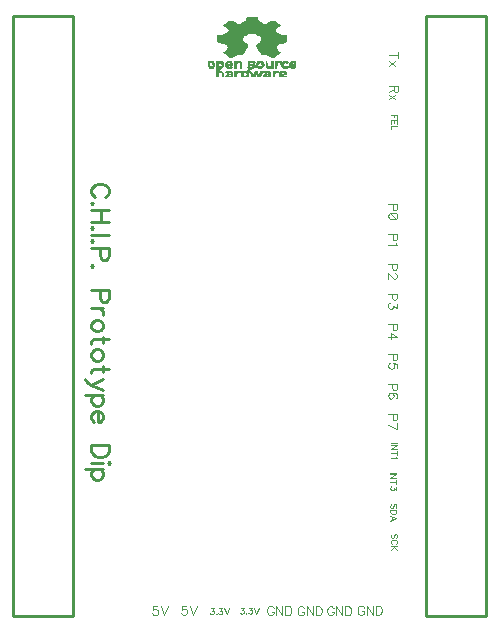
<source format=gbr>
G04 DipTrace 3.0.0.1*
G04 TopSilk.gbr*
%MOIN*%
G04 #@! TF.FileFunction,Legend,Top*
G04 #@! TF.Part,Single*
%ADD10C,0.009843*%
%ADD12C,0.002992*%
%ADD37C,0.004632*%
%ADD38C,0.003088*%
%ADD39C,0.009264*%
%FSLAX26Y26*%
G04*
G70*
G90*
G75*
G01*
G04 TopSilk*
%LPD*%
X423229Y455118D2*
D10*
X623229D1*
X423229Y2455118D2*
X623229D1*
Y455118D1*
X423229Y2455118D2*
Y455118D1*
X1798032D2*
X1998032D1*
X1798032Y2455118D2*
X1998032D1*
Y455118D1*
X1798032Y2455118D2*
Y455118D1*
X1200940Y2451733D2*
D12*
X1233852D1*
X1199547Y2448741D2*
X1235244D1*
X1198535Y2445749D2*
X1236256D1*
X1197618Y2442757D2*
X1237174D1*
X1141100Y2439765D2*
X1153068D1*
X1195275D2*
X1239516D1*
X1281724D2*
X1293692D1*
X1136961Y2436773D2*
X1159052D1*
X1189614D2*
X1245177D1*
X1275740D2*
X1297830D1*
X1132607Y2433781D2*
X1165036D1*
X1182988D2*
X1251804D1*
X1269756D2*
X1302184D1*
X1127978Y2430789D2*
X1306813D1*
X1123148Y2427797D2*
X1311644D1*
X1126140Y2424805D2*
X1308652D1*
X1129132Y2421813D2*
X1305660D1*
X1132124Y2418821D2*
X1302668D1*
X1135116Y2415829D2*
X1299676D1*
X1138108Y2412837D2*
X1296684D1*
X1141100Y2409845D2*
X1293692D1*
X1139095Y2406853D2*
X1295696D1*
X1136620Y2403861D2*
X1298171D1*
X1133388Y2400869D2*
X1301403D1*
X1125468Y2397877D2*
X1201528D1*
X1233264D2*
X1309324D1*
X1114656Y2394885D2*
X1196797D1*
X1237994D2*
X1320135D1*
X1102204Y2391893D2*
X1192920D1*
X1241871D2*
X1332588D1*
X1102204Y2388901D2*
X1189941D1*
X1244851D2*
X1332588D1*
X1102204Y2385909D2*
X1187620D1*
X1247171D2*
X1332588D1*
X1102204Y2382917D2*
X1186788D1*
X1248003D2*
X1332588D1*
X1102239Y2379925D2*
X1186447D1*
X1248344D2*
X1332552D1*
X1102344Y2376933D2*
X1186471D1*
X1248320D2*
X1332447D1*
X1103618Y2373941D2*
X1187929D1*
X1246862D2*
X1331173D1*
X1109224Y2370949D2*
X1190406D1*
X1244385D2*
X1325567D1*
X1117106Y2367957D2*
X1193893D1*
X1240899D2*
X1317685D1*
X1124905Y2364965D2*
X1197647D1*
X1237144D2*
X1309886D1*
X1130550Y2361973D2*
X1201022D1*
X1233770D2*
X1304241D1*
X1134655Y2358981D2*
X1202357D1*
X1232434D2*
X1300136D1*
X1136549Y2355989D2*
X1201986D1*
X1232805D2*
X1298242D1*
X1137106Y2352997D2*
X1200463D1*
X1234328D2*
X1297685D1*
X1136046Y2350005D2*
X1198766D1*
X1236025D2*
X1298745D1*
X1134186Y2347013D2*
X1196897D1*
X1237895D2*
X1300605D1*
X1131742Y2344021D2*
X1194908D1*
X1239883D2*
X1303049D1*
X1128985Y2341029D2*
X1192959D1*
X1241832D2*
X1305806D1*
X1126089Y2338037D2*
X1190988D1*
X1243803D2*
X1308702D1*
X1123148Y2335045D2*
X1189040D1*
X1245751D2*
X1311644D1*
X1127276Y2332053D2*
X1187386D1*
X1247405D2*
X1307515D1*
X1131545Y2329061D2*
X1168028D1*
X1174012D2*
X1185980D1*
X1248812D2*
X1260780D1*
X1266764D2*
X1303246D1*
X1135848Y2326069D2*
X1162044D1*
X1272748D2*
X1298943D1*
X1140040Y2323077D2*
X1156060D1*
X1278732D2*
X1294751D1*
X1144092Y2320085D2*
X1150076D1*
X1284716D2*
X1290700D1*
X1072284Y2305125D2*
X1087244D1*
X1099212D2*
X1120156D1*
X1135116D2*
X1147084D1*
X1159052D2*
X1179996D1*
X1206924D2*
X1224876D1*
X1236844D2*
X1251804D1*
X1263772D2*
X1266764D1*
X1281724D2*
X1287708D1*
X1293692D2*
X1314636D1*
X1320620D2*
X1335580D1*
X1347548D2*
X1362508D1*
X1072284Y2302133D2*
X1090006D1*
X1099212D2*
X1121537D1*
X1132353D2*
X1149834D1*
X1159052D2*
X1181377D1*
X1205665D2*
X1227868D1*
X1234402D2*
X1254208D1*
X1263772D2*
X1266886D1*
X1281724D2*
X1287708D1*
X1293692D2*
X1338572D1*
X1345143D2*
X1362508D1*
X1072284Y2299141D2*
X1075276D1*
X1083702D2*
X1092051D1*
X1099212D2*
X1108738D1*
X1113622D2*
X1122396D1*
X1130308D2*
X1135116D1*
X1144092D2*
X1151845D1*
X1159052D2*
X1168616D1*
X1177004D2*
X1182236D1*
X1204916D2*
X1209916D1*
X1221884D2*
X1226278D1*
X1232459D2*
X1240386D1*
X1248262D2*
X1255946D1*
X1263772D2*
X1267351D1*
X1281724D2*
X1287708D1*
X1293692D2*
X1303256D1*
X1311067D2*
X1324162D1*
X1332588D2*
X1335580D1*
X1343382D2*
X1350540D1*
X1359516D2*
X1362508D1*
X1072295Y2296149D2*
X1075276D1*
X1085644D2*
X1092550D1*
X1099212D2*
X1106795D1*
X1115564D2*
X1122807D1*
X1129707D2*
X1152232D1*
X1159052D2*
X1166866D1*
X1177004D2*
X1182671D1*
X1205746D2*
X1224876D1*
X1230860D2*
X1238443D1*
X1250204D2*
X1257115D1*
X1263795D2*
X1268374D1*
X1281724D2*
X1287708D1*
X1293692D2*
X1301506D1*
X1312946D2*
X1322219D1*
X1342312D2*
X1362496D1*
X1072409Y2293157D2*
X1075276D1*
X1087244D2*
X1092665D1*
X1099212D2*
X1105196D1*
X1117164D2*
X1122743D1*
X1129610D2*
X1151321D1*
X1159052D2*
X1165864D1*
X1177004D2*
X1182864D1*
X1206924D2*
X1236844D1*
X1251804D2*
X1257101D1*
X1264023D2*
X1269756D1*
X1281724D2*
X1287708D1*
X1293692D2*
X1300504D1*
X1314559D2*
X1320620D1*
X1341564D2*
X1362382D1*
X1072872Y2290165D2*
X1091384D1*
X1099212D2*
X1122210D1*
X1129977D2*
X1138108D1*
X1144092D2*
X1150076D1*
X1159052D2*
X1165377D1*
X1177004D2*
X1182942D1*
X1203745D2*
X1209916D1*
X1218892D2*
X1255753D1*
X1264566D2*
X1287708D1*
X1293692D2*
X1300017D1*
X1316712D2*
X1350540D1*
X1356524D2*
X1361920D1*
X1073894Y2287173D2*
X1089473D1*
X1099212D2*
X1118852D1*
X1132279D2*
X1153068D1*
X1159052D2*
X1165159D1*
X1177004D2*
X1182972D1*
X1200940D2*
X1226732D1*
X1233852D2*
X1252516D1*
X1266898D2*
X1287708D1*
X1293692D2*
X1299799D1*
X1319866D2*
X1338572D1*
X1344556D2*
X1360897D1*
X1075276Y2284181D2*
X1087244D1*
X1099212D2*
X1114352D1*
X1135116D2*
X1147084D1*
X1159052D2*
X1165036D1*
X1177004D2*
X1182988D1*
X1206924D2*
X1219520D1*
X1239836D2*
X1248812D1*
X1269756D2*
X1287708D1*
X1293692D2*
X1299676D1*
X1323612D2*
X1332588D1*
X1350540D2*
X1359516D1*
X1099212Y2281189D2*
X1110183D1*
X1204161D2*
X1213599D1*
X1099212Y2278197D2*
X1107322D1*
X1202114D2*
X1209206D1*
X1099212Y2275205D2*
X1105196D1*
X1201441D2*
X1206924D1*
X1099212Y2272213D2*
X1113124D1*
X1132124D2*
X1150076D1*
X1159052D2*
X1212150D1*
X1227868D2*
X1233852D1*
X1245820D2*
X1275740D1*
X1287708D2*
X1305660D1*
X1311644D2*
X1329596D1*
X1099212Y2269221D2*
X1119238D1*
X1129132D2*
X1151457D1*
X1159052D2*
X1215942D1*
X1226465D2*
X1235441D1*
X1244417D2*
X1251329D1*
X1257788D2*
X1277121D1*
X1287708D2*
X1330988D1*
X1099212Y2266229D2*
X1105196D1*
X1117164D2*
X1121644D1*
X1138108D2*
D3*
X1147084D2*
X1152316D1*
X1159052D2*
X1168615D1*
X1182988D2*
X1188972D1*
X1197948D2*
X1206924D1*
X1213372D2*
X1218892D1*
X1224876D2*
X1236844D1*
X1242828D2*
X1250473D1*
X1263772D2*
D3*
X1272748D2*
X1277980D1*
X1287708D2*
X1294279D1*
X1308652D2*
X1314636D1*
X1326604D2*
X1331913D1*
X1099212Y2263237D2*
X1105196D1*
X1117164D2*
X1122460D1*
X1133931D2*
X1152752D1*
X1159052D2*
X1166854D1*
X1182988D2*
X1188972D1*
X1200940D2*
X1206924D1*
X1214139D2*
X1249229D1*
X1259595D2*
X1278416D1*
X1287708D2*
X1292518D1*
X1308652D2*
X1332588D1*
X1099212Y2260245D2*
X1105196D1*
X1117164D2*
X1122888D1*
X1131157D2*
X1138108D1*
X1147084D2*
X1152952D1*
X1159052D2*
X1165784D1*
X1182988D2*
X1188972D1*
X1197948D2*
X1206924D1*
X1215037D2*
X1227868D1*
X1233852D2*
X1247636D1*
X1256821D2*
X1263772D1*
X1272748D2*
X1278616D1*
X1287708D2*
X1291448D1*
X1308652D2*
X1314636D1*
X1099212Y2257253D2*
X1105196D1*
X1117164D2*
X1123148D1*
X1129132D2*
X1153068D1*
X1159052D2*
X1165036D1*
X1182988D2*
X1206924D1*
X1215900D2*
X1227868D1*
X1236844D2*
X1245820D1*
X1254796D2*
X1278732D1*
X1287708D2*
X1290700D1*
X1308652D2*
X1332588D1*
X1200940Y2451733D2*
X1199547Y2448741D1*
X1198535Y2445749D1*
X1197618Y2442757D1*
X1195275Y2439765D1*
X1189614Y2436773D1*
X1182988Y2433781D1*
X1233852Y2451733D2*
X1235244Y2448741D1*
X1236256Y2445749D1*
X1237174Y2442757D1*
X1239516Y2439765D1*
X1245177Y2436773D1*
X1251804Y2433781D1*
X1141100Y2439765D2*
X1136961Y2436773D1*
X1132607Y2433781D1*
X1127978Y2430789D1*
X1123148Y2427797D1*
X1126140Y2424805D1*
X1129132Y2421813D1*
X1132124Y2418821D1*
X1135116Y2415829D1*
X1138108Y2412837D1*
X1141100Y2409845D1*
X1139095Y2406853D1*
X1136620Y2403861D1*
X1133388Y2400869D1*
X1125468Y2397877D1*
X1114656Y2394885D1*
X1102204Y2391893D1*
Y2388901D1*
Y2385909D1*
Y2382917D1*
X1102239Y2379925D1*
X1102344Y2376933D1*
X1103618Y2373941D1*
X1109224Y2370949D1*
X1117106Y2367957D1*
X1124905Y2364965D1*
X1130550Y2361973D1*
X1134655Y2358981D1*
X1136549Y2355989D1*
X1137106Y2352997D1*
X1136046Y2350005D1*
X1134186Y2347013D1*
X1131742Y2344021D1*
X1128985Y2341029D1*
X1126089Y2338037D1*
X1123148Y2335045D1*
X1127276Y2332053D1*
X1131545Y2329061D1*
X1135848Y2326069D1*
X1140040Y2323077D1*
X1144092Y2320085D1*
X1153068Y2439765D2*
X1159052Y2436773D1*
X1165036Y2433781D1*
X1281724Y2439765D2*
X1275740Y2436773D1*
X1269756Y2433781D1*
X1293692Y2439765D2*
X1297830Y2436773D1*
X1302184Y2433781D1*
X1306813Y2430789D1*
X1311644Y2427797D1*
X1308652Y2424805D1*
X1305660Y2421813D1*
X1302668Y2418821D1*
X1299676Y2415829D1*
X1296684Y2412837D1*
X1293692Y2409845D1*
X1295696Y2406853D1*
X1298171Y2403861D1*
X1301403Y2400869D1*
X1309324Y2397877D1*
X1320135Y2394885D1*
X1332588Y2391893D1*
Y2388901D1*
Y2385909D1*
Y2382917D1*
X1332552Y2379925D1*
X1332447Y2376933D1*
X1331173Y2373941D1*
X1325567Y2370949D1*
X1317685Y2367957D1*
X1309886Y2364965D1*
X1304241Y2361973D1*
X1300136Y2358981D1*
X1298242Y2355989D1*
X1297685Y2352997D1*
X1298745Y2350005D1*
X1300605Y2347013D1*
X1303049Y2344021D1*
X1305806Y2341029D1*
X1308702Y2338037D1*
X1311644Y2335045D1*
X1307515Y2332053D1*
X1303246Y2329061D1*
X1298943Y2326069D1*
X1294751Y2323077D1*
X1290700Y2320085D1*
X1206924Y2400869D2*
X1201528Y2397877D1*
X1196797Y2394885D1*
X1192920Y2391893D1*
X1189941Y2388901D1*
X1187620Y2385909D1*
X1186788Y2382917D1*
X1186447Y2379925D1*
X1186471Y2376933D1*
X1187929Y2373941D1*
X1190406Y2370949D1*
X1193893Y2367957D1*
X1197647Y2364965D1*
X1201022Y2361973D1*
X1202357Y2358981D1*
X1201986Y2355989D1*
X1200463Y2352997D1*
X1198766Y2350005D1*
X1196897Y2347013D1*
X1194908Y2344021D1*
X1192959Y2341029D1*
X1190988Y2338037D1*
X1189040Y2335045D1*
X1187386Y2332053D1*
X1185980Y2329061D1*
X1227868Y2400869D2*
X1233264Y2397877D1*
X1237994Y2394885D1*
X1241871Y2391893D1*
X1244851Y2388901D1*
X1247171Y2385909D1*
X1248003Y2382917D1*
X1248344Y2379925D1*
X1248320Y2376933D1*
X1246862Y2373941D1*
X1244385Y2370949D1*
X1240899Y2367957D1*
X1237144Y2364965D1*
X1233770Y2361973D1*
X1232434Y2358981D1*
X1232805Y2355989D1*
X1234328Y2352997D1*
X1236025Y2350005D1*
X1237895Y2347013D1*
X1239883Y2344021D1*
X1241832Y2341029D1*
X1243803Y2338037D1*
X1245751Y2335045D1*
X1247405Y2332053D1*
X1248812Y2329061D1*
X1174012Y2332053D2*
X1168028Y2329061D1*
X1162044Y2326069D1*
X1156060Y2323077D1*
X1150076Y2320085D1*
X1171020Y2332053D2*
X1174012Y2329061D1*
X1263772Y2332053D2*
X1260780Y2329061D1*
Y2332053D2*
X1266764Y2329061D1*
X1272748Y2326069D1*
X1278732Y2323077D1*
X1284716Y2320085D1*
X1072284Y2305125D2*
Y2302133D1*
Y2299141D1*
X1072295Y2296149D1*
X1072409Y2293157D1*
X1072872Y2290165D1*
X1073894Y2287173D1*
X1075276Y2284181D1*
X1087244Y2305125D2*
X1090006Y2302133D1*
X1092051Y2299141D1*
X1092550Y2296149D1*
X1092665Y2293157D1*
X1091384Y2290165D1*
X1089473Y2287173D1*
X1087244Y2284181D1*
X1099212Y2305125D2*
Y2302133D1*
Y2299141D1*
Y2296149D1*
Y2293157D1*
Y2290165D1*
Y2287173D1*
Y2284181D1*
Y2281189D1*
Y2278197D1*
Y2275205D1*
Y2272213D1*
Y2269221D1*
Y2266229D1*
Y2263237D1*
Y2260245D1*
Y2257253D1*
X1120156Y2305125D2*
X1121537Y2302133D1*
X1122396Y2299141D1*
X1122807Y2296149D1*
X1122743Y2293157D1*
X1122210Y2290165D1*
X1118852Y2287173D1*
X1114352Y2284181D1*
X1110183Y2281189D1*
X1107322Y2278197D1*
X1105196Y2275205D1*
X1113124Y2272213D1*
X1119238Y2269221D1*
X1121644Y2266229D1*
X1122460Y2263237D1*
X1122888Y2260245D1*
X1123148Y2257253D1*
X1135116Y2305125D2*
X1132353Y2302133D1*
X1130308Y2299141D1*
X1129707Y2296149D1*
X1129610Y2293157D1*
X1129977Y2290165D1*
X1132279Y2287173D1*
X1135116Y2284181D1*
X1147084Y2305125D2*
X1149834Y2302133D1*
X1151845Y2299141D1*
X1152232Y2296149D1*
X1151321Y2293157D1*
X1150076Y2290165D1*
X1153068Y2287173D1*
X1147084Y2284181D1*
X1159052Y2305125D2*
Y2302133D1*
Y2299141D1*
Y2296149D1*
Y2293157D1*
Y2290165D1*
Y2287173D1*
Y2284181D1*
X1179996Y2305125D2*
X1181377Y2302133D1*
X1182236Y2299141D1*
X1182671Y2296149D1*
X1182864Y2293157D1*
X1182942Y2290165D1*
X1182972Y2287173D1*
X1182988Y2284181D1*
X1206924Y2305125D2*
X1205665Y2302133D1*
X1204916Y2299141D1*
X1205746Y2296149D1*
X1206924Y2293157D1*
X1203745Y2290165D1*
X1200940Y2287173D1*
X1206924Y2284181D1*
X1204161Y2281189D1*
X1202114Y2278197D1*
X1201441Y2275205D1*
X1200940Y2272213D1*
X1224876Y2305125D2*
X1227868Y2302133D1*
X1226278Y2299141D1*
X1224876Y2296149D1*
X1236844Y2305125D2*
X1234402Y2302133D1*
X1232459Y2299141D1*
X1230860Y2296149D1*
X1251804Y2305125D2*
X1254208Y2302133D1*
X1255946Y2299141D1*
X1257115Y2296149D1*
X1257101Y2293157D1*
X1255753Y2290165D1*
X1252516Y2287173D1*
X1248812Y2284181D1*
X1263772Y2305125D2*
Y2302133D1*
Y2299141D1*
X1263795Y2296149D1*
X1264023Y2293157D1*
X1264566Y2290165D1*
X1266898Y2287173D1*
X1269756Y2284181D1*
X1266764Y2305125D2*
X1266886Y2302133D1*
X1267351Y2299141D1*
X1268374Y2296149D1*
X1269756Y2293157D1*
X1281724Y2305125D2*
Y2302133D1*
Y2299141D1*
Y2296149D1*
Y2293157D1*
X1287708Y2305125D2*
Y2302133D1*
Y2299141D1*
Y2296149D1*
Y2293157D1*
Y2290165D1*
Y2287173D1*
Y2284181D1*
X1293692Y2305125D2*
Y2302133D1*
Y2299141D1*
Y2296149D1*
Y2293157D1*
Y2290165D1*
Y2287173D1*
Y2284181D1*
X1314636Y2305125D2*
X1320620D2*
X1335580D2*
X1338572Y2302133D1*
X1335580Y2299141D1*
X1347548Y2305125D2*
X1345143Y2302133D1*
X1343382Y2299141D1*
X1342312Y2296149D1*
X1341564Y2293157D1*
X1362508Y2305125D2*
Y2302133D1*
Y2299141D1*
X1362496Y2296149D1*
X1362382Y2293157D1*
X1361920Y2290165D1*
X1360897Y2287173D1*
X1359516Y2284181D1*
X1075276Y2302133D2*
Y2299141D1*
Y2296149D1*
Y2293157D1*
X1081260Y2302133D2*
X1083702Y2299141D1*
X1085644Y2296149D1*
X1087244Y2293157D1*
X1111180Y2302133D2*
X1108738Y2299141D1*
X1106795Y2296149D1*
X1105196Y2293157D1*
X1111180Y2302133D2*
X1113622Y2299141D1*
X1115564Y2296149D1*
X1117164Y2293157D1*
X1138108Y2302133D2*
X1135116Y2299141D1*
X1141100Y2302133D2*
X1144092Y2299141D1*
X1171020Y2302133D2*
X1168616Y2299141D1*
X1166866Y2296149D1*
X1165864Y2293157D1*
X1165377Y2290165D1*
X1165159Y2287173D1*
X1165036Y2284181D1*
X1177004Y2302133D2*
Y2299141D1*
Y2296149D1*
Y2293157D1*
Y2290165D1*
Y2287173D1*
Y2284181D1*
X1212908Y2302133D2*
X1209916Y2299141D1*
X1218892Y2302133D2*
X1221884Y2299141D1*
X1242828Y2302133D2*
X1240386Y2299141D1*
X1238443Y2296149D1*
X1236844Y2293157D1*
X1245820Y2302133D2*
X1248262Y2299141D1*
X1250204Y2296149D1*
X1251804Y2293157D1*
X1305660Y2302133D2*
X1303256Y2299141D1*
X1301506Y2296149D1*
X1300504Y2293157D1*
X1300017Y2290165D1*
X1299799Y2287173D1*
X1299676Y2284181D1*
X1308652Y2302133D2*
X1311067Y2299141D1*
X1312946Y2296149D1*
X1314559Y2293157D1*
X1316712Y2290165D1*
X1319866Y2287173D1*
X1323612Y2284181D1*
X1326604Y2302133D2*
X1324162Y2299141D1*
X1322219Y2296149D1*
X1320620Y2293157D1*
X1329596Y2302133D2*
X1332588Y2299141D1*
X1353532Y2302133D2*
X1350540Y2299141D1*
X1356524Y2302133D2*
X1359516Y2299141D1*
X1141100Y2293157D2*
X1138108Y2290165D1*
X1141100Y2293157D2*
X1144092Y2290165D1*
X1212908Y2293157D2*
X1209916Y2290165D1*
X1215900Y2293157D2*
X1218892Y2290165D1*
X1353532Y2293157D2*
X1350540Y2290165D1*
X1353532Y2293157D2*
X1356524Y2290165D1*
X1233852D2*
X1226732Y2287173D1*
X1219520Y2284181D1*
X1213599Y2281189D1*
X1209206Y2278197D1*
X1206924Y2275205D1*
X1212150Y2272213D1*
X1215942Y2269221D1*
X1218892Y2266229D1*
X1227868Y2290165D2*
X1233852Y2287173D1*
X1239836Y2284181D1*
X1344556Y2290165D2*
X1338572Y2287173D1*
X1332588Y2284181D1*
X1338572Y2290165D2*
X1344556Y2287173D1*
X1350540Y2284181D1*
X1132124Y2272213D2*
X1129132Y2269221D1*
X1138108Y2266229D1*
X1133931Y2263237D1*
X1131157Y2260245D1*
X1129132Y2257253D1*
X1150076Y2272213D2*
X1151457Y2269221D1*
X1152316Y2266229D1*
X1152752Y2263237D1*
X1152952Y2260245D1*
X1153068Y2257253D1*
X1159052Y2272213D2*
Y2269221D1*
Y2266229D1*
Y2263237D1*
Y2260245D1*
Y2257253D1*
X1227868Y2272213D2*
X1226465Y2269221D1*
X1224876Y2266229D1*
X1233852Y2272213D2*
X1235441Y2269221D1*
X1236844Y2266229D1*
X1245820Y2272213D2*
X1244417Y2269221D1*
X1242828Y2266229D1*
X1275740Y2272213D2*
X1277121Y2269221D1*
X1277980Y2266229D1*
X1278416Y2263237D1*
X1278616Y2260245D1*
X1278732Y2257253D1*
X1287708Y2272213D2*
Y2269221D1*
Y2266229D1*
Y2263237D1*
Y2260245D1*
Y2257253D1*
X1305660Y2272213D2*
X1311644D2*
X1329596D2*
X1330988Y2269221D1*
X1331913Y2266229D1*
X1332588Y2263237D1*
X1314636Y2260245D1*
X1332588Y2257253D1*
X1251804Y2272213D2*
X1251329Y2269221D1*
X1250473Y2266229D1*
X1249229Y2263237D1*
X1247636Y2260245D1*
X1245820Y2257253D1*
X1251804Y2272213D2*
X1257788Y2269221D1*
X1263772Y2266229D1*
X1259595Y2263237D1*
X1256821Y2260245D1*
X1254796Y2257253D1*
X1105196Y2269221D2*
Y2266229D1*
Y2263237D1*
Y2260245D1*
Y2257253D1*
X1117164Y2269221D2*
Y2266229D1*
Y2263237D1*
Y2260245D1*
Y2257253D1*
X1144092Y2269221D2*
X1147084Y2266229D1*
X1171020Y2269221D2*
X1168615Y2266229D1*
X1166854Y2263237D1*
X1165784Y2260245D1*
X1165036Y2257253D1*
X1182988Y2269221D2*
Y2266229D1*
Y2263237D1*
Y2260245D1*
Y2257253D1*
X1188972Y2269221D2*
Y2266229D1*
Y2263237D1*
Y2260245D1*
X1194956Y2269221D2*
X1197948Y2266229D1*
X1200940Y2263237D1*
X1197948Y2260245D1*
X1206924Y2269221D2*
Y2266229D1*
Y2263237D1*
Y2260245D1*
Y2257253D1*
X1212908Y2269221D2*
X1213372Y2266229D1*
X1214139Y2263237D1*
X1215037Y2260245D1*
X1215900Y2257253D1*
X1269756Y2269221D2*
X1272748Y2266229D1*
X1296684Y2269221D2*
X1294279Y2266229D1*
X1292518Y2263237D1*
X1291448Y2260245D1*
X1290700Y2257253D1*
X1308652Y2269221D2*
Y2266229D1*
Y2263237D1*
Y2260245D1*
Y2257253D1*
X1317628Y2269221D2*
X1314636Y2266229D1*
X1323612Y2269221D2*
X1326604Y2266229D1*
X1141100Y2263237D2*
X1138108Y2260245D1*
X1144092Y2263237D2*
X1147084Y2260245D1*
X1227868Y2263237D2*
Y2260245D1*
Y2257253D1*
X1230860Y2263237D2*
X1233852Y2260245D1*
X1236844Y2257253D1*
X1266764Y2263237D2*
X1263772Y2260245D1*
X1269756Y2263237D2*
X1272748Y2260245D1*
X1706542Y2326099D2*
D37*
X1676397Y2326100D1*
X1706542Y2336147D2*
X1706541Y2316051D1*
X1696493Y2306788D2*
X1676397Y2291003D1*
X1696493D2*
X1676397Y2306788D1*
X1692182Y2223418D2*
Y2210518D1*
X1693642Y2206207D1*
X1695068Y2204748D1*
X1697919Y2203322D1*
X1700805D1*
X1703656Y2204748D1*
X1705116Y2206207D1*
X1706541Y2210518D1*
Y2223418D1*
X1676398D1*
X1692182Y2213370D2*
X1676398Y2203322D1*
X1696494Y2194059D2*
X1676398Y2178274D1*
X1696494D2*
X1676398Y2194059D1*
X1687426Y1829574D2*
Y1816641D1*
X1688852Y1812363D1*
X1690311Y1810904D1*
X1693163Y1809478D1*
X1697474D1*
X1700326Y1810904D1*
X1701785Y1812363D1*
X1703211Y1816641D1*
Y1829574D1*
X1673067D1*
X1703178Y1791592D2*
X1701752Y1795903D1*
X1697441Y1798789D1*
X1690278Y1800214D1*
X1685967D1*
X1678804Y1798789D1*
X1674493Y1795903D1*
X1673067Y1791592D1*
Y1788741D1*
X1674493Y1784430D1*
X1678804Y1781578D1*
X1685967Y1780119D1*
X1690278D1*
X1697441Y1781578D1*
X1701752Y1784430D1*
X1703178Y1788741D1*
Y1791592D1*
X1697441Y1781578D2*
X1678804Y1798789D1*
X1687032Y1729968D2*
Y1717035D1*
X1688458Y1712757D1*
X1689917Y1711298D1*
X1692769Y1709872D1*
X1697080D1*
X1699932Y1711298D1*
X1701391Y1712757D1*
X1702817Y1717035D1*
Y1729968D1*
X1672673D1*
X1697047Y1700608D2*
X1698506Y1697723D1*
X1702784Y1693412D1*
X1672673D1*
X1685851Y1629574D2*
Y1616641D1*
X1687277Y1612363D1*
X1688736Y1610904D1*
X1691588Y1609478D1*
X1695899D1*
X1698751Y1610904D1*
X1700210Y1612363D1*
X1701636Y1616641D1*
Y1629574D1*
X1671492D1*
X1694440Y1598755D2*
X1695866D1*
X1698751Y1597329D1*
X1700177Y1595903D1*
X1701603Y1593018D1*
Y1587281D1*
X1700177Y1584430D1*
X1698751Y1583004D1*
X1695866Y1581544D1*
X1693014D1*
X1690129Y1583004D1*
X1685851Y1585855D1*
X1671492Y1600215D1*
Y1580119D1*
X1685851Y1530361D2*
Y1517428D1*
X1687277Y1513150D1*
X1688736Y1511691D1*
X1691588Y1510265D1*
X1695899D1*
X1698751Y1511691D1*
X1700210Y1513150D1*
X1701636Y1517428D1*
Y1530361D1*
X1671492D1*
X1701603Y1498117D2*
Y1482365D1*
X1690129Y1490954D1*
Y1486643D1*
X1688703Y1483791D1*
X1687277Y1482365D1*
X1682966Y1480906D1*
X1680114D1*
X1675803Y1482365D1*
X1672918Y1485217D1*
X1671492Y1489528D1*
Y1493839D1*
X1672918Y1498117D1*
X1674377Y1499543D1*
X1677229Y1501002D1*
X1687032Y1429574D2*
Y1416641D1*
X1688458Y1412363D1*
X1689917Y1410904D1*
X1692769Y1409478D1*
X1697080D1*
X1699932Y1410904D1*
X1701391Y1412363D1*
X1702817Y1416641D1*
Y1429574D1*
X1672673D1*
Y1385856D2*
X1702784Y1385855D1*
X1682721Y1400214D1*
Y1378693D1*
X1687426Y1329968D2*
Y1317035D1*
X1688852Y1312757D1*
X1690311Y1311298D1*
X1693163Y1309872D1*
X1697474D1*
X1700326Y1311298D1*
X1701785Y1312757D1*
X1703211Y1317035D1*
Y1329968D1*
X1673067D1*
X1703178Y1283397D2*
Y1297723D1*
X1690278Y1299149D1*
X1691704Y1297723D1*
X1693163Y1293412D1*
Y1289134D1*
X1691704Y1284823D1*
X1688852Y1281938D1*
X1684541Y1280512D1*
X1681689D1*
X1677378Y1281938D1*
X1674493Y1284823D1*
X1673067Y1289134D1*
Y1293412D1*
X1674493Y1297723D1*
X1675952Y1299149D1*
X1678804Y1300608D1*
X1686638Y1229574D2*
Y1216641D1*
X1688064Y1212363D1*
X1689523Y1210904D1*
X1692375Y1209478D1*
X1696686D1*
X1699538Y1210904D1*
X1700997Y1212363D1*
X1702423Y1216641D1*
Y1229574D1*
X1672279D1*
X1698112Y1183004D2*
X1700964Y1184430D1*
X1702390Y1188741D1*
Y1191592D1*
X1700964Y1195903D1*
X1696653Y1198789D1*
X1689490Y1200214D1*
X1682327D1*
X1676590Y1198789D1*
X1673705Y1195903D1*
X1672279Y1191592D1*
Y1190167D1*
X1673705Y1185889D1*
X1676590Y1183004D1*
X1680901Y1181578D1*
X1682327D1*
X1686638Y1183004D1*
X1689490Y1185889D1*
X1690916Y1190166D1*
Y1191592D1*
X1689490Y1195903D1*
X1686638Y1198789D1*
X1682327Y1200214D1*
X1687426Y1129574D2*
Y1116641D1*
X1688852Y1112363D1*
X1690311Y1110904D1*
X1693163Y1109478D1*
X1697474D1*
X1700326Y1110904D1*
X1701785Y1112363D1*
X1703211Y1116641D1*
Y1129574D1*
X1673067D1*
Y1094478D2*
X1703178Y1080118D1*
Y1100214D1*
X1592103Y483449D2*
X1590677Y486301D1*
X1587792Y489186D1*
X1584940Y490612D1*
X1579203D1*
X1576318Y489186D1*
X1573466Y486301D1*
X1572007Y483449D1*
X1570581Y479138D1*
Y471942D1*
X1572007Y467664D1*
X1573466Y464779D1*
X1576318Y461928D1*
X1579203Y460468D1*
X1584940D1*
X1587792Y461928D1*
X1590677Y464779D1*
X1592103Y467664D1*
Y471942D1*
X1584940D1*
X1621463Y490612D2*
Y460468D1*
X1601367Y490612D1*
Y460468D1*
X1630726Y490612D2*
Y460468D1*
X1640774D1*
X1645085Y461928D1*
X1647970Y464779D1*
X1649396Y467664D1*
X1650822Y471942D1*
Y479138D1*
X1649396Y483449D1*
X1647970Y486301D1*
X1645085Y489186D1*
X1640774Y490612D1*
X1630726D1*
X1490922Y481875D2*
X1489496Y484727D1*
X1486611Y487612D1*
X1483759Y489038D1*
X1478022D1*
X1475137Y487612D1*
X1472285Y484727D1*
X1470826Y481875D1*
X1469400Y477564D1*
Y470368D1*
X1470826Y466090D1*
X1472285Y463205D1*
X1475137Y460353D1*
X1478022Y458894D1*
X1483759D1*
X1486611Y460353D1*
X1489496Y463205D1*
X1490922Y466090D1*
Y470368D1*
X1483759D1*
X1520282Y489038D2*
Y458894D1*
X1500186Y489038D1*
Y458894D1*
X1529545Y489038D2*
Y458894D1*
X1539593D1*
X1543904Y460353D1*
X1546789Y463205D1*
X1548215Y466090D1*
X1549641Y470368D1*
Y477564D1*
X1548215Y481875D1*
X1546789Y484727D1*
X1543904Y487612D1*
X1539593Y489038D1*
X1529545D1*
X1392103Y481875D2*
X1390677Y484727D1*
X1387792Y487612D1*
X1384940Y489038D1*
X1379203D1*
X1376318Y487612D1*
X1373466Y484727D1*
X1372007Y481875D1*
X1370581Y477564D1*
Y470368D1*
X1372007Y466090D1*
X1373466Y463205D1*
X1376318Y460353D1*
X1379203Y458894D1*
X1384940D1*
X1387792Y460353D1*
X1390677Y463205D1*
X1392103Y466090D1*
Y470368D1*
X1384940D1*
X1421463Y489038D2*
Y458894D1*
X1401367Y489038D1*
Y458894D1*
X1430726Y489038D2*
Y458894D1*
X1440774D1*
X1445085Y460353D1*
X1447970Y463205D1*
X1449396Y466090D1*
X1450822Y470368D1*
Y477564D1*
X1449396Y481875D1*
X1447970Y484727D1*
X1445085Y487612D1*
X1440774Y489038D1*
X1430726D1*
X1290922Y482662D2*
X1289496Y485514D1*
X1286611Y488399D1*
X1283759Y489825D1*
X1278022D1*
X1275137Y488399D1*
X1272285Y485514D1*
X1270826Y482662D1*
X1269400Y478351D1*
Y471155D1*
X1270826Y466877D1*
X1272285Y463992D1*
X1275137Y461140D1*
X1278022Y459681D1*
X1283759D1*
X1286611Y461140D1*
X1289496Y463992D1*
X1290922Y466877D1*
Y471155D1*
X1283759D1*
X1320282Y489825D2*
Y459681D1*
X1300186Y489825D1*
Y459681D1*
X1329545Y489825D2*
Y459681D1*
X1339593D1*
X1343904Y461140D1*
X1346789Y463992D1*
X1348215Y466877D1*
X1349641Y471155D1*
Y478351D1*
X1348215Y482662D1*
X1346789Y485514D1*
X1343904Y488399D1*
X1339593Y489825D1*
X1329545D1*
X902753Y489398D2*
X888427D1*
X887001Y476498D1*
X888427Y477924D1*
X892738Y479383D1*
X897016D1*
X901327Y477924D1*
X904212Y475072D1*
X905638Y470761D1*
Y467909D1*
X904212Y463598D1*
X901327Y460713D1*
X897016Y459287D1*
X892738D1*
X888427Y460713D1*
X887001Y462172D1*
X885542Y465024D1*
X914901Y489431D2*
X926375Y459287D1*
X937849Y489431D1*
X999997Y490973D2*
X985671D1*
X984245Y478073D1*
X985671Y479499D1*
X989982Y480958D1*
X994260D1*
X998571Y479499D1*
X1001456Y476647D1*
X1002882Y472336D1*
Y469484D1*
X1001456Y465173D1*
X998571Y462288D1*
X994260Y460862D1*
X989982D1*
X985671Y462288D1*
X984245Y463747D1*
X982786Y466599D1*
X1012145Y491006D2*
X1023619Y460862D1*
X1035093Y491006D1*
X1081181Y482171D2*
D38*
X1091683D1*
X1085957Y474522D1*
X1088831D1*
X1090732Y473571D1*
X1091683Y472620D1*
X1092655Y469746D1*
Y467845D1*
X1091683Y464971D1*
X1089781Y463048D1*
X1086907Y462097D1*
X1084033D1*
X1081181Y463048D1*
X1080231Y464020D1*
X1079258Y465922D1*
X1099782Y464020D2*
X1098831Y463048D1*
X1099782Y462097D1*
X1100754Y463048D1*
X1099782Y464020D1*
X1108854Y482171D2*
X1119355D1*
X1113629Y474522D1*
X1116503D1*
X1118404Y473571D1*
X1119355Y472620D1*
X1120327Y469746D1*
Y467845D1*
X1119355Y464971D1*
X1117453Y463048D1*
X1114579Y462097D1*
X1111705D1*
X1108854Y463048D1*
X1107903Y464020D1*
X1106930Y465922D1*
X1126503Y482193D2*
X1134152Y462097D1*
X1141802Y482193D1*
X1180394Y484140D2*
X1190895D1*
X1185169Y476490D1*
X1188043D1*
X1189945Y475540D1*
X1190895Y474589D1*
X1191868Y471715D1*
Y469814D1*
X1190895Y466940D1*
X1188994Y465016D1*
X1186120Y464066D1*
X1183246D1*
X1180394Y465016D1*
X1179443Y465989D1*
X1178471Y467890D1*
X1198994Y465989D2*
X1198044Y465016D1*
X1198994Y464066D1*
X1199967Y465016D1*
X1198994Y465989D1*
X1208066Y484140D2*
X1218567D1*
X1212841Y476490D1*
X1215715D1*
X1217617Y475540D1*
X1218567Y474589D1*
X1219540Y471715D1*
Y469814D1*
X1218567Y466940D1*
X1216666Y465016D1*
X1213792Y464066D1*
X1210918D1*
X1208066Y465016D1*
X1207116Y465989D1*
X1206143Y467890D1*
X1225716Y484162D2*
X1233365Y464066D1*
X1241014Y484162D1*
X728067Y1853151D2*
D39*
X733770Y1856003D1*
X739541Y1861773D1*
X742393Y1867477D1*
Y1878951D1*
X739541Y1884721D1*
X733771Y1890425D1*
X728067Y1893343D1*
X719445Y1896195D1*
X705052D1*
X696497Y1893343D1*
X690727Y1890425D1*
X685023Y1884721D1*
X682104Y1878951D1*
Y1867477D1*
X685023Y1861773D1*
X690727Y1856003D1*
X696497Y1853151D1*
X687875Y1831772D2*
X684956Y1834624D1*
X682105Y1831772D1*
X684956Y1828854D1*
X687875Y1831772D1*
X742392Y1810327D2*
X682105D1*
X742393Y1770135D2*
X682105D1*
X713674Y1810327D2*
Y1770135D1*
X687875Y1748756D2*
X684956Y1751608D1*
X682105Y1748756D1*
X684956Y1745838D1*
X687875Y1748756D1*
X742393Y1727311D2*
X682105D1*
X687875Y1705932D2*
X684956Y1708784D1*
X682105Y1705932D1*
X684956Y1703013D1*
X687875Y1705932D1*
X710823Y1684486D2*
Y1658620D1*
X713674Y1650064D1*
X716593Y1647146D1*
X722297Y1644294D1*
X730919D1*
X736622Y1647146D1*
X739541Y1650064D1*
X742393Y1658620D1*
Y1684486D1*
X682105D1*
X687875Y1622915D2*
X684956Y1625767D1*
X682105Y1622915D1*
X684956Y1619997D1*
X687875Y1622915D1*
X710823Y1543149D2*
Y1517283D1*
X713674Y1508727D1*
X716593Y1505809D1*
X722297Y1502957D1*
X730919D1*
X736622Y1505809D1*
X739541Y1508727D1*
X742393Y1517283D1*
Y1543149D1*
X682105D1*
X722297Y1484430D2*
X682105D1*
X705052D2*
X713674Y1481511D1*
X719445Y1475808D1*
X722297Y1470038D1*
Y1461415D1*
Y1428563D2*
X719445Y1434266D1*
X713675Y1440036D1*
X705052Y1442888D1*
X699349D1*
X690727Y1440036D1*
X685023Y1434266D1*
X682105Y1428563D1*
Y1419940D1*
X685023Y1414170D1*
X690727Y1408467D1*
X699349Y1405548D1*
X705052D1*
X713675Y1408467D1*
X719445Y1414170D1*
X722297Y1419940D1*
Y1428563D1*
X742393Y1378399D2*
X693579D1*
X685023Y1375547D1*
X682105Y1369777D1*
Y1364073D1*
X722297Y1387021D2*
Y1366925D1*
Y1331220D2*
X719445Y1336924D1*
X713675Y1342694D1*
X705052Y1345546D1*
X699349D1*
X690727Y1342694D1*
X685023Y1336924D1*
X682105Y1331220D1*
Y1322598D1*
X685023Y1316828D1*
X690727Y1311124D1*
X699349Y1308206D1*
X705052D1*
X713675Y1311124D1*
X719445Y1316828D1*
X722297Y1322598D1*
Y1331220D1*
X742393Y1281057D2*
X693579D1*
X685023Y1278205D1*
X682105Y1272435D1*
Y1266731D1*
X722297Y1289679D2*
Y1269583D1*
Y1245286D2*
X682105Y1228108D1*
X670631Y1233812D1*
X664860Y1239582D1*
X662009Y1245286D1*
Y1248204D1*
X722297Y1210864D2*
X682105Y1228108D1*
X722297Y1192337D2*
X662009D1*
X713675D2*
X719378Y1186567D1*
X722297Y1180863D1*
Y1172241D1*
X719378Y1166471D1*
X713675Y1160767D1*
X705052Y1157849D1*
X699282D1*
X690727Y1160767D1*
X684956Y1166471D1*
X682105Y1172241D1*
Y1180863D1*
X684956Y1186567D1*
X690727Y1192337D1*
X705052Y1139321D2*
Y1104900D1*
X710823D1*
X716593Y1107752D1*
X719445Y1110603D1*
X722297Y1116374D1*
Y1124996D1*
X719445Y1130699D1*
X713675Y1136470D1*
X705052Y1139321D1*
X699349D1*
X690727Y1136470D1*
X685023Y1130699D1*
X682105Y1124996D1*
Y1116374D1*
X685023Y1110603D1*
X690727Y1104900D1*
X742393Y1028051D2*
X682105D1*
Y1007955D1*
X685023Y999333D1*
X690727Y993563D1*
X696497Y990711D1*
X705052Y987859D1*
X719445D1*
X728067Y990711D1*
X733771Y993563D1*
X739541Y999333D1*
X742393Y1007955D1*
Y1028051D1*
Y969332D2*
X739541Y966480D1*
X742393Y963562D1*
X745311Y966480D1*
X742393Y969332D1*
X722297Y966480D2*
X682105D1*
X722297Y945035D2*
X662009D1*
X713675D2*
X719378Y939265D1*
X722297Y933561D1*
Y924939D1*
X719378Y919169D1*
X713675Y913465D1*
X705052Y910547D1*
X699282D1*
X690727Y913465D1*
X684956Y919169D1*
X682105Y924939D1*
Y933561D1*
X684956Y939265D1*
X690727Y945035D1*
X1697429Y815989D2*
D38*
X1699353Y817891D1*
X1700303Y820765D1*
Y824589D1*
X1699353Y827463D1*
X1697429Y829387D1*
X1695528D1*
X1693605Y828414D1*
X1692654Y827463D1*
X1691703Y825562D1*
X1689780Y819814D1*
X1688829Y817891D1*
X1687857Y816940D1*
X1685955Y815989D1*
X1683081D1*
X1681180Y817891D1*
X1680207Y820765D1*
Y824589D1*
X1681180Y827463D1*
X1683081Y829387D1*
X1700303Y809814D2*
X1680207D1*
Y803115D1*
X1681180Y800241D1*
X1683081Y798318D1*
X1685005Y797367D1*
X1687857Y796416D1*
X1692654D1*
X1695528Y797367D1*
X1697429Y798318D1*
X1699353Y800241D1*
X1700303Y803115D1*
Y809814D1*
X1680207Y774920D2*
X1700303Y782591D1*
X1680207Y790241D1*
X1686906Y787367D2*
Y777794D1*
X1699004Y716777D2*
X1700927Y718678D1*
X1701878Y721552D1*
Y725377D1*
X1700928Y728251D1*
X1699004Y730174D1*
X1697103D1*
X1695179Y729201D1*
X1694229Y728251D1*
X1693278Y726349D1*
X1691355Y720601D1*
X1690404Y718678D1*
X1689431Y717727D1*
X1687530Y716777D1*
X1684656D1*
X1682755Y718678D1*
X1681782Y721552D1*
Y725377D1*
X1682755Y728251D1*
X1684656Y730174D1*
X1697103Y696253D2*
X1699004Y697204D1*
X1700927Y699127D1*
X1701878Y701028D1*
Y704853D1*
X1700927Y706776D1*
X1699004Y708678D1*
X1697103Y709650D1*
X1694229Y710601D1*
X1689431D1*
X1686579Y709650D1*
X1684656Y708678D1*
X1682755Y706776D1*
X1681782Y704853D1*
Y701028D1*
X1682755Y699127D1*
X1684656Y697204D1*
X1686580Y696253D1*
X1701878Y690077D2*
X1681782D1*
X1701878Y676680D2*
X1688481Y690077D1*
X1693278Y685302D2*
X1681782Y676680D1*
X1701878Y1032708D2*
X1681782D1*
X1701878Y1013135D2*
X1681782D1*
X1701878Y1026532D1*
X1681782D1*
X1701878Y1000261D2*
X1681782D1*
X1701878Y1006959D2*
Y993562D1*
X1698031Y987386D2*
X1699004Y985463D1*
X1701856Y982589D1*
X1681782D1*
X1699910Y934535D2*
X1679814D1*
X1699910Y914962D2*
X1679814D1*
X1699910Y928359D1*
X1679814D1*
X1699910Y902088D2*
X1679814D1*
X1699910Y908786D2*
Y895389D1*
X1699887Y887290D2*
Y876789D1*
X1692238Y882515D1*
Y879641D1*
X1691288Y877739D1*
X1690337Y876789D1*
X1687463Y875816D1*
X1685562D1*
X1682688Y876789D1*
X1680764Y878690D1*
X1679814Y881564D1*
Y884438D1*
X1680764Y887290D1*
X1681737Y888241D1*
X1683638Y889213D1*
X1701484Y2114750D2*
Y2127196D1*
X1681388D1*
X1691912D2*
Y2119547D1*
X1701484Y2096149D2*
Y2108574D1*
X1681388D1*
Y2096149D1*
X1691912Y2108574D2*
Y2100925D1*
X1701484Y2089974D2*
X1681388D1*
Y2078500D1*
M02*

</source>
